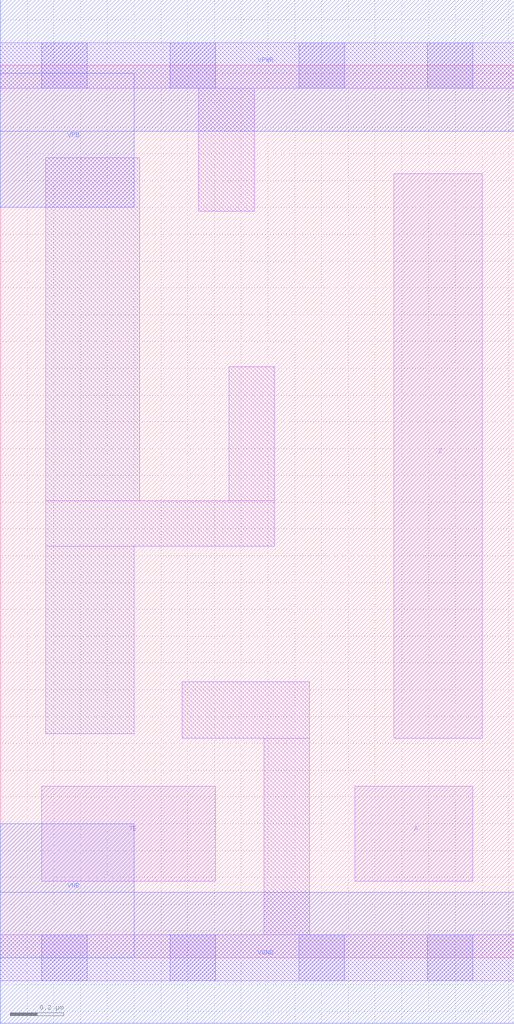
<source format=lef>
# Copyright 2020 The SkyWater PDK Authors
#
# Licensed under the Apache License, Version 2.0 (the "License");
# you may not use this file except in compliance with the License.
# You may obtain a copy of the License at
#
#     https://www.apache.org/licenses/LICENSE-2.0
#
# Unless required by applicable law or agreed to in writing, software
# distributed under the License is distributed on an "AS IS" BASIS,
# WITHOUT WARRANTIES OR CONDITIONS OF ANY KIND, either express or implied.
# See the License for the specific language governing permissions and
# limitations under the License.
#
# SPDX-License-Identifier: Apache-2.0

VERSION 5.5 ;
NAMESCASESENSITIVE ON ;
BUSBITCHARS "[]" ;
DIVIDERCHAR "/" ;
MACRO sky130_fd_sc_lp__einvp_m
  CLASS CORE ;
  SOURCE USER ;
  ORIGIN  0.000000  0.000000 ;
  SIZE  1.920000 BY  3.330000 ;
  SYMMETRY X Y R90 ;
  SITE unit ;
  PIN A
    ANTENNAGATEAREA  0.126000 ;
    DIRECTION INPUT ;
    USE SIGNAL ;
    PORT
      LAYER li1 ;
        RECT 1.325000 0.285000 1.765000 0.640000 ;
    END
  END A
  PIN TE
    ANTENNAGATEAREA  0.189000 ;
    DIRECTION INPUT ;
    USE SIGNAL ;
    PORT
      LAYER li1 ;
        RECT 0.155000 0.285000 0.805000 0.640000 ;
    END
  END TE
  PIN Z
    ANTENNADIFFAREA  0.222600 ;
    DIRECTION OUTPUT ;
    USE SIGNAL ;
    PORT
      LAYER li1 ;
        RECT 1.470000 0.820000 1.800000 2.925000 ;
    END
  END Z
  PIN VGND
    DIRECTION INOUT ;
    USE GROUND ;
    PORT
      LAYER met1 ;
        RECT 0.000000 -0.245000 1.920000 0.245000 ;
    END
  END VGND
  PIN VNB
    DIRECTION INOUT ;
    USE GROUND ;
    PORT
      LAYER met1 ;
        RECT 0.000000 0.000000 0.500000 0.500000 ;
    END
  END VNB
  PIN VPB
    DIRECTION INOUT ;
    USE POWER ;
    PORT
      LAYER met1 ;
        RECT 0.000000 2.800000 0.500000 3.300000 ;
    END
  END VPB
  PIN VPWR
    DIRECTION INOUT ;
    USE POWER ;
    PORT
      LAYER met1 ;
        RECT 0.000000 3.085000 1.920000 3.575000 ;
    END
  END VPWR
  OBS
    LAYER li1 ;
      RECT 0.000000 -0.085000 1.920000 0.085000 ;
      RECT 0.000000  3.245000 1.920000 3.415000 ;
      RECT 0.170000  0.835000 0.500000 1.535000 ;
      RECT 0.170000  1.535000 1.025000 1.705000 ;
      RECT 0.170000  1.705000 0.520000 2.985000 ;
      RECT 0.680000  0.820000 1.155000 1.030000 ;
      RECT 0.740000  2.785000 0.950000 3.245000 ;
      RECT 0.855000  1.705000 1.025000 2.205000 ;
      RECT 0.985000  0.085000 1.155000 0.820000 ;
    LAYER mcon ;
      RECT 0.155000 -0.085000 0.325000 0.085000 ;
      RECT 0.155000  3.245000 0.325000 3.415000 ;
      RECT 0.635000 -0.085000 0.805000 0.085000 ;
      RECT 0.635000  3.245000 0.805000 3.415000 ;
      RECT 1.115000 -0.085000 1.285000 0.085000 ;
      RECT 1.115000  3.245000 1.285000 3.415000 ;
      RECT 1.595000 -0.085000 1.765000 0.085000 ;
      RECT 1.595000  3.245000 1.765000 3.415000 ;
  END
END sky130_fd_sc_lp__einvp_m
END LIBRARY

</source>
